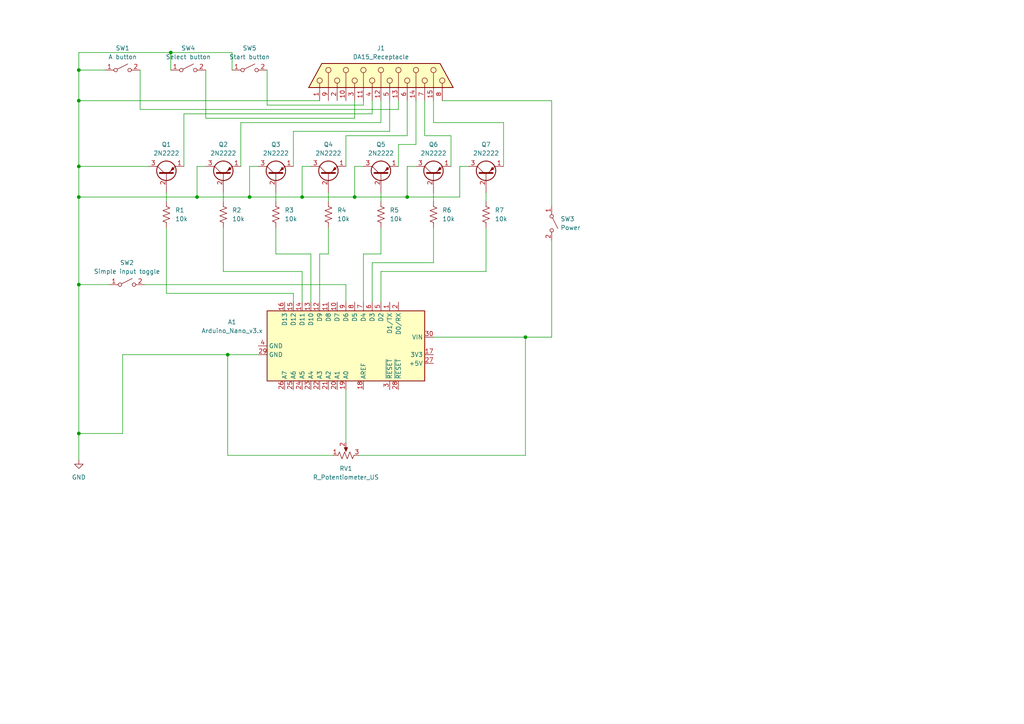
<source format=kicad_sch>
(kicad_sch (version 20230121) (generator eeschema)
  (paper "A4")
  (lib_symbols
    (symbol "Connector:DA15_Receptacle" (pin_names (offset 1.016) hide)
      (property "Reference" "J" (at 0.508 21.59 0))
      (property "Value" "DA15_Receptacle" (at 0 -22.225 0))
      (symbol "DA15_Receptacle_0_1"
        (circle (center -1.778 -17.78) (radius 0.762))
        (circle (center -1.778 -12.7) (radius 0.762))
        (circle (center -1.778 -7.62) (radius 0.762))
        (circle (center -1.778 -2.54) (radius 0.762))
        (circle (center -1.778 2.54) (radius 0.762))
        (circle (center -1.778 7.62) (radius 0.762))
        (circle (center -1.778 12.7) (radius 0.762))
        (circle (center -1.778 17.78) (radius 0.762))
        (polyline (pts (xy -3.81 -17.78) (xy -2.54 -17.78)))
        (polyline (pts (xy -3.81 -15.24) (xy 0.508 -15.24)))
        (polyline (pts (xy -3.81 -12.7) (xy -2.54 -12.7)))
        (polyline (pts (xy -3.81 -10.16) (xy 0.508 -10.16)))
        (polyline (pts (xy -3.81 -7.62) (xy -2.54 -7.62)))
        (polyline (pts (xy -3.81 -5.08) (xy 0.508 -5.08)))
        (polyline (pts (xy -3.81 -2.54) (xy -2.54 -2.54)))
        (polyline (pts (xy -3.81 0) (xy 0.508 0)))
        (polyline (pts (xy -3.81 2.54) (xy -2.54 2.54)))
        (polyline (pts (xy -3.81 5.08) (xy 0.508 5.08)))
        (polyline (pts (xy -3.81 7.62) (xy -2.54 7.62)))
        (polyline (pts (xy -3.81 10.16) (xy 0.508 10.16)))
        (polyline (pts (xy -3.81 12.7) (xy -2.54 12.7)))
        (polyline (pts (xy -3.81 15.24) (xy 0.508 15.24)))
        (polyline (pts (xy -3.81 17.78) (xy -2.54 17.78)))
        (polyline (pts (xy -3.81 20.955) (xy 3.175 17.145) (xy 3.175 -17.145) (xy -3.81 -20.955) (xy -3.81 20.955)) (stroke (width 0.254)) (fill (type background)))
        (circle (center 1.27 -15.24) (radius 0.762))
        (circle (center 1.27 -10.16) (radius 0.762))
        (circle (center 1.27 -5.08) (radius 0.762))
        (circle (center 1.27 0) (radius 0.762))
        (circle (center 1.27 5.08) (radius 0.762))
        (circle (center 1.27 10.16) (radius 0.762))
        (circle (center 1.27 15.24) (radius 0.762))
      )
      (symbol "DA15_Receptacle_1_1"
        (pin passive line (at -7.62 17.78 0) (length 3.81) (name "1") (number "1"))
        (pin passive line (at -7.62 10.16 0) (length 3.81) (name "P10") (number "10"))
        (pin passive line (at -7.62 5.08 0) (length 3.81) (name "P111") (number "11"))
        (pin passive line (at -7.62 0 0) (length 3.81) (name "P12") (number "12"))
        (pin passive line (at -7.62 -5.08 0) (length 3.81) (name "P13") (number "13"))
        (pin passive line (at -7.62 -10.16 0) (length 3.81) (name "P14") (number "14"))
        (pin passive line (at -7.62 -15.24 0) (length 3.81) (name "P15") (number "15"))
        (pin passive line (at -7.62 12.7 0) (length 3.81) (name "2") (number "2"))
        (pin passive line (at -7.62 7.62 0) (length 3.81) (name "3") (number "3"))
        (pin passive line (at -7.62 2.54 0) (length 3.81) (name "4") (number "4"))
        (pin passive line (at -7.62 -2.54 0) (length 3.81) (name "5") (number "5"))
        (pin passive line (at -7.62 -7.62 0) (length 3.81) (name "6") (number "6"))
        (pin passive line (at -7.62 -12.7 0) (length 3.81) (name "7") (number "7"))
        (pin passive line (at -7.62 -17.78 0) (length 3.81) (name "8") (number "8"))
        (pin passive line (at -7.62 15.24 0) (length 3.81) (name "P9") (number "9"))
      )
    )
    (symbol "Device:R_Potentiometer_US" (pin_names (offset 1.016) hide)
      (property "Reference" "RV" (at -4.445 0 90))
      (property "Value" "R_Potentiometer_US" (at -2.54 0 90))
      (symbol "R_Potentiometer_US_0_1"
        (polyline (pts (xy 0 -2.286) (xy 0 -2.54)))
        (polyline (pts (xy 0 2.54) (xy 0 2.286)))
        (polyline (pts (xy 2.54 0) (xy 1.524 0)))
        (polyline (pts (xy 1.143 0) (xy 2.286 0.508) (xy 2.286 -0.508) (xy 1.143 0)) (fill (type outline)))
        (polyline (pts (xy 0 -0.762) (xy 1.016 -1.143) (xy 0 -1.524) (xy -1.016 -1.905) (xy 0 -2.286)))
        (polyline (pts (xy 0 0.762) (xy 1.016 0.381) (xy 0 0) (xy -1.016 -0.381) (xy 0 -0.762)))
        (polyline (pts (xy 0 2.286) (xy 1.016 1.905) (xy 0 1.524) (xy -1.016 1.143) (xy 0 0.762)))
      )
      (symbol "R_Potentiometer_US_1_1"
        (pin passive line (at 0 3.81 270) (length 1.27) (name "1") (number "1"))
        (pin passive line (at 3.81 0 180) (length 1.27) (name "2") (number "2"))
        (pin passive line (at 0 -3.81 90) (length 1.27) (name "3") (number "3"))
      )
    )
    (symbol "Device:R_US" (pin_numbers hide) (pin_names (offset 0))
      (property "Reference" "R" (at 2.54 0 90))
      (property "Value" "R_US" (at -2.54 0 90))
      (symbol "R_US_0_1"
        (polyline (pts (xy 0 -2.286) (xy 0 -2.54)))
        (polyline (pts (xy 0 2.286) (xy 0 2.54)))
        (polyline (pts (xy 0 -0.762) (xy 1.016 -1.143) (xy 0 -1.524) (xy -1.016 -1.905) (xy 0 -2.286)))
        (polyline (pts (xy 0 0.762) (xy 1.016 0.381) (xy 0 0) (xy -1.016 -0.381) (xy 0 -0.762)))
        (polyline (pts (xy 0 2.286) (xy 1.016 1.905) (xy 0 1.524) (xy -1.016 1.143) (xy 0 0.762)))
      )
      (symbol "R_US_1_1"
        (pin passive line (at 0 3.81 270) (length 1.27) (name "~") (number "1"))
        (pin passive line (at 0 -3.81 90) (length 1.27) (name "~") (number "2"))
      )
    )
    (symbol "MCU_Module:Arduino_Nano_v3.x"
      (property "Reference" "A" (at -10.16 23.495 0))
      (property "Value" "Arduino_Nano_v3.x" (at 5.08 -24.13 0))
      (symbol "Arduino_Nano_v3.x_0_1"
        (rectangle (start -10.16 22.86) (end 10.16 -22.86) (stroke (width 0.254)) (fill (type background)))
      )
      (symbol "Arduino_Nano_v3.x_1_1"
        (pin bidirectional line (at -12.7 12.7 0) (length 2.54) (name "D1/TX") (number "1"))
        (pin bidirectional line (at -12.7 -2.54 0) (length 2.54) (name "D7") (number "10"))
        (pin bidirectional line (at -12.7 -5.08 0) (length 2.54) (name "D8") (number "11"))
        (pin bidirectional line (at -12.7 -7.62 0) (length 2.54) (name "D9") (number "12"))
        (pin bidirectional line (at -12.7 -10.16 0) (length 2.54) (name "D10") (number "13"))
        (pin bidirectional line (at -12.7 -12.7 0) (length 2.54) (name "D11") (number "14"))
        (pin bidirectional line (at -12.7 -15.24 0) (length 2.54) (name "D12") (number "15"))
        (pin bidirectional line (at -12.7 -17.78 0) (length 2.54) (name "D13") (number "16"))
        (pin power_out line (at 2.54 25.4 270) (length 2.54) (name "3V3") (number "17"))
        (pin input line (at 12.7 5.08 180) (length 2.54) (name "AREF") (number "18"))
        (pin bidirectional line (at 12.7 0 180) (length 2.54) (name "A0") (number "19"))
        (pin bidirectional line (at -12.7 15.24 0) (length 2.54) (name "D0/RX") (number "2"))
        (pin bidirectional line (at 12.7 -2.54 180) (length 2.54) (name "A1") (number "20"))
        (pin bidirectional line (at 12.7 -5.08 180) (length 2.54) (name "A2") (number "21"))
        (pin bidirectional line (at 12.7 -7.62 180) (length 2.54) (name "A3") (number "22"))
        (pin bidirectional line (at 12.7 -10.16 180) (length 2.54) (name "A4") (number "23"))
        (pin bidirectional line (at 12.7 -12.7 180) (length 2.54) (name "A5") (number "24"))
        (pin bidirectional line (at 12.7 -15.24 180) (length 2.54) (name "A6") (number "25"))
        (pin bidirectional line (at 12.7 -17.78 180) (length 2.54) (name "A7") (number "26"))
        (pin power_out line (at 5.08 25.4 270) (length 2.54) (name "+5V") (number "27"))
        (pin input line (at 12.7 15.24 180) (length 2.54) (name "~{RESET}") (number "28"))
        (pin power_in line (at 2.54 -25.4 90) (length 2.54) (name "GND") (number "29"))
        (pin input line (at 12.7 12.7 180) (length 2.54) (name "~{RESET}") (number "3"))
        (pin power_in line (at -2.54 25.4 270) (length 2.54) (name "VIN") (number "30"))
        (pin power_in line (at 0 -25.4 90) (length 2.54) (name "GND") (number "4"))
        (pin bidirectional line (at -12.7 10.16 0) (length 2.54) (name "D2") (number "5"))
        (pin bidirectional line (at -12.7 7.62 0) (length 2.54) (name "D3") (number "6"))
        (pin bidirectional line (at -12.7 5.08 0) (length 2.54) (name "D4") (number "7"))
        (pin bidirectional line (at -12.7 2.54 0) (length 2.54) (name "D5") (number "8"))
        (pin bidirectional line (at -12.7 0 0) (length 2.54) (name "D6") (number "9"))
      )
    )
    (symbol "Switch:SW_SPST" (pin_names (offset 0) hide)
      (property "Reference" "SW" (at 0 3.175 0))
      (property "Value" "SW_SPST" (at 0 -2.54 0))
      (symbol "SW_SPST_0_0"
        (circle (center -2.032 0) (radius 0.508))
        (polyline (pts (xy -1.524 0.254) (xy 1.524 1.778)))
        (circle (center 2.032 0) (radius 0.508))
      )
      (symbol "SW_SPST_1_1"
        (pin passive line (at -5.08 0 0) (length 2.54) (name "A") (number "1"))
        (pin passive line (at 5.08 0 180) (length 2.54) (name "B") (number "2"))
      )
    )
    (symbol "Transistor_BJT:2N3905" (pin_names (offset 0) hide)
      (property "Reference" "Q" (at 5.08 1.905 0))
      (property "Value" "2N3905" (at 5.08 0 0))
      (symbol "2N3905_0_1"
        (polyline (pts (xy 0.635 0.635) (xy 2.54 2.54)))
        (polyline (pts (xy 0.635 -0.635) (xy 2.54 -2.54) (xy 2.54 -2.54)))
        (polyline (pts (xy 0.635 1.905) (xy 0.635 -1.905) (xy 0.635 -1.905)) (stroke (width 0.508)))
        (polyline (pts (xy 2.286 -1.778) (xy 1.778 -2.286) (xy 1.27 -1.27) (xy 2.286 -1.778) (xy 2.286 -1.778)) (fill (type outline)))
        (circle (center 1.27 0) (radius 2.8194) (stroke (width 0.254)))
      )
      (symbol "2N3905_1_1"
        (pin passive line (at 2.54 -5.08 90) (length 2.54) (name "E") (number "1"))
        (pin input line (at -5.08 0 0) (length 5.715) (name "B") (number "2"))
        (pin passive line (at 2.54 5.08 270) (length 2.54) (name "C") (number "3"))
      )
    )
    (symbol "power:GND" (power) (pin_names (offset 0))
      (property "Value" "GND" (at 0 -3.81 0))
      (symbol "GND_0_1"
        (polyline (pts (xy 0 0) (xy 0 -1.27) (xy 1.27 -1.27) (xy 0 -2.54) (xy -1.27 -1.27) (xy 0 -1.27)))
      )
      (symbol "GND_1_1"
        (pin power_in line (at 0 0 270) (length 0) hide (name "GND") (number "1"))
      )
    )
  )
  (junction (at 102.87 57.15))
  (junction (at 72.39 57.15))
  (junction (at 22.86 57.15))
  (junction (at 22.86 29.21))
  (junction (at 57.15 57.15))
  (junction (at 66.04 102.87))
  (junction (at 152.4 97.79))
  (junction (at 87.63 57.15))
  (junction (at 22.86 20.32))
  (junction (at 49.53 15.24))
  (junction (at 22.86 82.55))
  (junction (at 22.86 48.26))
  (junction (at 118.11 57.15))
  (junction (at 22.86 125.73))
  (wire (pts (xy 80.01 73.66) (xy 90.17 73.66)))
  (wire (pts (xy 74.93 48.26) (xy 72.39 48.26)))
  (wire (pts (xy 35.56 125.73) (xy 22.86 125.73)))
  (wire (pts (xy 64.77 55.88) (xy 64.77 58.42)))
  (wire (pts (xy 107.95 29.21) (xy 107.95 33.02)))
  (wire (pts (xy 130.81 39.37) (xy 130.81 48.26)))
  (wire (pts (xy 77.47 30.48) (xy 77.47 20.32)))
  (wire (pts (xy 64.77 66.04) (xy 64.77 78.74)))
  (wire (pts (xy 110.49 66.04) (xy 110.49 73.66)))
  (wire (pts (xy 110.49 73.66) (xy 105.41 73.66)))
  (wire (pts (xy 102.87 34.29) (xy 59.69 34.29)))
  (wire (pts (xy 133.35 48.26) (xy 133.35 57.15)))
  (wire (pts (xy 22.86 20.32) (xy 22.86 29.21)))
  (wire (pts (xy 125.73 55.88) (xy 125.73 58.42)))
  (wire (pts (xy 72.39 57.15) (xy 57.15 57.15)))
  (wire (pts (xy 66.04 132.08) (xy 66.04 102.87)))
  (wire (pts (xy 80.01 55.88) (xy 80.01 58.42)))
  (wire (pts (xy 152.4 97.79) (xy 160.02 97.79)))
  (wire (pts (xy 22.86 82.55) (xy 22.86 125.73)))
  (wire (pts (xy 69.85 35.56) (xy 69.85 48.26)))
  (wire (pts (xy 22.86 57.15) (xy 22.86 48.26)))
  (wire (pts (xy 96.52 132.08) (xy 66.04 132.08)))
  (wire (pts (xy 85.09 85.09) (xy 85.09 87.63)))
  (wire (pts (xy 48.26 85.09) (xy 85.09 85.09)))
  (wire (pts (xy 140.97 66.04) (xy 140.97 78.74)))
  (wire (pts (xy 110.49 55.88) (xy 110.49 58.42)))
  (wire (pts (xy 67.31 20.32) (xy 67.31 15.24)))
  (wire (pts (xy 107.95 76.2) (xy 107.95 87.63)))
  (wire (pts (xy 120.65 29.21) (xy 120.65 41.91)))
  (wire (pts (xy 22.86 82.55) (xy 31.75 82.55)))
  (wire (pts (xy 110.49 78.74) (xy 110.49 87.63)))
  (wire (pts (xy 35.56 102.87) (xy 66.04 102.87)))
  (wire (pts (xy 64.77 78.74) (xy 87.63 78.74)))
  (wire (pts (xy 105.41 48.26) (xy 102.87 48.26)))
  (wire (pts (xy 125.73 29.21) (xy 125.73 35.56)))
  (wire (pts (xy 105.41 73.66) (xy 105.41 87.63)))
  (wire (pts (xy 59.69 48.26) (xy 57.15 48.26)))
  (wire (pts (xy 22.86 15.24) (xy 49.53 15.24)))
  (wire (pts (xy 120.65 48.26) (xy 118.11 48.26)))
  (wire (pts (xy 100.33 39.37) (xy 100.33 48.26)))
  (wire (pts (xy 85.09 38.1) (xy 85.09 48.26)))
  (wire (pts (xy 118.11 29.21) (xy 118.11 39.37)))
  (wire (pts (xy 100.33 82.55) (xy 41.91 82.55)))
  (wire (pts (xy 120.65 41.91) (xy 115.57 41.91)))
  (wire (pts (xy 105.41 30.48) (xy 77.47 30.48)))
  (wire (pts (xy 113.03 38.1) (xy 85.09 38.1)))
  (wire (pts (xy 66.04 102.87) (xy 74.93 102.87)))
  (wire (pts (xy 100.33 87.63) (xy 100.33 82.55)))
  (wire (pts (xy 87.63 48.26) (xy 87.63 57.15)))
  (wire (pts (xy 49.53 20.32) (xy 49.53 15.24)))
  (wire (pts (xy 160.02 69.85) (xy 160.02 97.79)))
  (wire (pts (xy 22.86 133.35) (xy 22.86 125.73)))
  (wire (pts (xy 48.26 55.88) (xy 48.26 58.42)))
  (wire (pts (xy 69.85 35.56) (xy 110.49 35.56)))
  (wire (pts (xy 146.05 35.56) (xy 146.05 48.26)))
  (wire (pts (xy 152.4 97.79) (xy 152.4 132.08)))
  (wire (pts (xy 118.11 57.15) (xy 133.35 57.15)))
  (wire (pts (xy 49.53 15.24) (xy 67.31 15.24)))
  (wire (pts (xy 115.57 29.21) (xy 115.57 31.75)))
  (wire (pts (xy 123.19 29.21) (xy 123.19 39.37)))
  (wire (pts (xy 125.73 66.04) (xy 125.73 76.2)))
  (wire (pts (xy 102.87 29.21) (xy 102.87 34.29)))
  (wire (pts (xy 22.86 48.26) (xy 43.18 48.26)))
  (wire (pts (xy 92.71 29.21) (xy 22.86 29.21)))
  (wire (pts (xy 152.4 132.08) (xy 104.14 132.08)))
  (wire (pts (xy 59.69 34.29) (xy 59.69 20.32)))
  (wire (pts (xy 72.39 48.26) (xy 72.39 57.15)))
  (wire (pts (xy 90.17 48.26) (xy 87.63 48.26)))
  (wire (pts (xy 80.01 66.04) (xy 80.01 73.66)))
  (wire (pts (xy 135.89 48.26) (xy 133.35 48.26)))
  (wire (pts (xy 22.86 15.24) (xy 22.86 20.32)))
  (wire (pts (xy 140.97 78.74) (xy 110.49 78.74)))
  (wire (pts (xy 95.25 55.88) (xy 95.25 58.42)))
  (wire (pts (xy 118.11 39.37) (xy 100.33 39.37)))
  (wire (pts (xy 125.73 35.56) (xy 146.05 35.56)))
  (wire (pts (xy 92.71 73.66) (xy 92.71 87.63)))
  (wire (pts (xy 105.41 29.21) (xy 105.41 30.48)))
  (wire (pts (xy 40.64 31.75) (xy 40.64 20.32)))
  (wire (pts (xy 22.86 29.21) (xy 22.86 48.26)))
  (wire (pts (xy 87.63 57.15) (xy 102.87 57.15)))
  (wire (pts (xy 160.02 29.21) (xy 160.02 59.69)))
  (wire (pts (xy 128.27 29.21) (xy 160.02 29.21)))
  (wire (pts (xy 72.39 57.15) (xy 87.63 57.15)))
  (wire (pts (xy 35.56 102.87) (xy 35.56 125.73)))
  (wire (pts (xy 48.26 66.04) (xy 48.26 85.09)))
  (wire (pts (xy 95.25 73.66) (xy 92.71 73.66)))
  (wire (pts (xy 107.95 33.02) (xy 53.34 33.02)))
  (wire (pts (xy 22.86 57.15) (xy 22.86 82.55)))
  (wire (pts (xy 30.48 20.32) (xy 22.86 20.32)))
  (wire (pts (xy 110.49 29.21) (xy 110.49 35.56)))
  (wire (pts (xy 53.34 33.02) (xy 53.34 48.26)))
  (wire (pts (xy 123.19 39.37) (xy 130.81 39.37)))
  (wire (pts (xy 125.73 76.2) (xy 107.95 76.2)))
  (wire (pts (xy 125.73 97.79) (xy 152.4 97.79)))
  (wire (pts (xy 115.57 41.91) (xy 115.57 48.26)))
  (wire (pts (xy 57.15 57.15) (xy 22.86 57.15)))
  (wire (pts (xy 90.17 73.66) (xy 90.17 87.63)))
  (wire (pts (xy 118.11 48.26) (xy 118.11 57.15)))
  (wire (pts (xy 140.97 55.88) (xy 140.97 58.42)))
  (wire (pts (xy 102.87 57.15) (xy 118.11 57.15)))
  (wire (pts (xy 102.87 48.26) (xy 102.87 57.15)))
  (wire (pts (xy 113.03 29.21) (xy 113.03 38.1)))
  (wire (pts (xy 115.57 31.75) (xy 40.64 31.75)))
  (wire (pts (xy 87.63 78.74) (xy 87.63 87.63)))
  (wire (pts (xy 100.33 113.03) (xy 100.33 128.27)))
  (wire (pts (xy 95.25 66.04) (xy 95.25 73.66)))
  (wire (pts (xy 57.15 48.26) (xy 57.15 57.15)))
  (symbol (lib_id "Connector:DA15_Receptacle") (at 110.49 21.59 90) (unit 1)
    (property "Reference" "J1" (at 110.49 13.97 90))
    (property "Value" "DA15_Receptacle" (at 110.49 16.51 90))
    (property "Footprint" "Connector_Dsub:DSUB-15_Female_Horizontal_P2.77x2.54mm_EdgePinOffset9.40mm" (effects hide))
    (property "Datasheet" " ~" (effects hide))
  )
  (symbol (lib_id "Device:R_US") (at 48.26 62.23 0) (unit 1)
    (property "Reference" "R1" (at 50.8 60.96 0) (effects (justify left)))
    (property "Value" "10k" (at 50.8 63.5 0) (effects (justify left)))
    (property "Footprint" "Capacitor_THT:C_Disc_D5.0mm_W2.5mm_P5.00mm" (effects hide))
  )
  (symbol (lib_id "Device:R_US") (at 80.01 62.23 0) (unit 1)
    (property "Reference" "R3" (at 82.55 60.96 0) (effects (justify left)))
    (property "Value" "10k" (at 82.55 63.5 0) (effects (justify left)))
    (property "Footprint" "Capacitor_THT:C_Disc_D5.0mm_W2.5mm_P5.00mm" (effects hide))
  )
  (symbol (lib_id "Device:R_US") (at 110.49 62.23 0) (unit 1)
    (property "Reference" "R5" (at 113.03 60.96 0) (effects (justify left)))
    (property "Value" "10k" (at 113.03 63.5 0) (effects (justify left)))
    (property "Footprint" "Capacitor_THT:C_Disc_D5.0mm_W2.5mm_P5.00mm" (effects hide))
  )
  (symbol (lib_id "Switch:SW_SPST") (at 54.61 20.32 0) (unit 1)
    (property "Reference" "SW4" (at 54.61 13.97 0))
    (property "Value" "Select button" (at 54.61 16.51 0))
    (property "Footprint" "Capacitor_THT:C_Disc_D5.0mm_W2.5mm_P5.00mm" (effects hide))
  )
  (symbol (lib_id "Switch:SW_SPST") (at 35.56 20.32 0) (unit 1)
    (property "Reference" "SW1" (at 35.56 13.97 0))
    (property "Value" "A button" (at 35.56 16.51 0))
    (property "Footprint" "Capacitor_THT:C_Disc_D5.0mm_W2.5mm_P5.00mm" (effects hide))
  )
  (symbol (lib_id "Transistor_BJT:2N3905") (at 95.25 50.8 90) (unit 1)
    (property "Reference" "Q4" (at 95.25 41.91 90))
    (property "Value" "2N2222" (at 95.25 44.45 90))
    (property "Footprint" "Package_TO_SOT_THT:TO-92_HandSolder" (effects hide))
    (property "Datasheet" "https://www.nteinc.com/specs/original/2N3905_06.pdf" (effects hide))
  )
  (symbol (lib_id "Transistor_BJT:2N3905") (at 110.49 50.8 90) (unit 1)
    (property "Reference" "Q5" (at 110.49 41.91 90))
    (property "Value" "2N2222" (at 110.49 44.45 90))
    (property "Footprint" "Package_TO_SOT_THT:TO-92_HandSolder" (effects hide))
    (property "Datasheet" "https://www.nteinc.com/specs/original/2N3905_06.pdf" (effects hide))
  )
  (symbol (lib_id "Transistor_BJT:2N3905") (at 80.01 50.8 90) (unit 1)
    (property "Reference" "Q3" (at 80.01 41.91 90))
    (property "Value" "2N2222" (at 80.01 44.45 90))
    (property "Footprint" "Package_TO_SOT_THT:TO-92_HandSolder" (effects hide))
    (property "Datasheet" "https://www.nteinc.com/specs/original/2N3905_06.pdf" (effects hide))
  )
  (symbol (lib_id "power:GND") (at 22.86 133.35 0) (unit 1)
    (property "Reference" "#PWR01" (effects hide))
    (property "Value" "GND" (at 22.86 138.43 0))
  )
  (symbol (lib_id "MCU_Module:Arduino_Nano_v3.x") (at 100.33 100.33 270) (unit 1)
    (property "Reference" "A1" (at 67.31 93.4019 90))
    (property "Value" "Arduino_Nano_v3.x" (at 67.31 95.9419 90))
    (property "Footprint" "Module:Arduino_Nano" (effects hide))
    (property "Datasheet" "http://www.mouser.com/pdfdocs/Gravitech_Arduino_Nano3_0.pdf" (effects hide))
  )
  (symbol (lib_id "Transistor_BJT:2N3905") (at 64.77 50.8 90) (unit 1)
    (property "Reference" "Q2" (at 64.77 41.91 90))
    (property "Value" "2N2222" (at 64.77 44.45 90))
    (property "Footprint" "Package_TO_SOT_THT:TO-92_HandSolder" (effects hide))
    (property "Datasheet" "https://www.nteinc.com/specs/original/2N3905_06.pdf" (effects hide))
  )
  (symbol (lib_id "Device:R_US") (at 125.73 62.23 0) (unit 1)
    (property "Reference" "R6" (at 128.27 60.96 0) (effects (justify left)))
    (property "Value" "10k" (at 128.27 63.5 0) (effects (justify left)))
    (property "Footprint" "Capacitor_THT:C_Disc_D5.0mm_W2.5mm_P5.00mm" (effects hide))
  )
  (symbol (lib_id "Switch:SW_SPST") (at 160.02 64.77 270) (unit 1)
    (property "Reference" "SW3" (at 162.56 63.5 90) (effects (justify left)))
    (property "Value" "Power" (at 162.56 66.04 90) (effects (justify left)))
    (property "Footprint" "Capacitor_THT:C_Disc_D5.0mm_W2.5mm_P5.00mm" (effects hide))
  )
  (symbol (lib_id "Device:R_Potentiometer_US") (at 100.33 132.08 90) (unit 1)
    (property "Reference" "RV1" (at 100.33 135.89 90))
    (property "Value" "R_Potentiometer_US" (at 100.33 138.43 90))
    (property "Footprint" "Potentiometer_THT:Potentiometer_Bourns_3296W_Vertical" (effects hide))
  )
  (symbol (lib_id "Transistor_BJT:2N3905") (at 48.26 50.8 90) (unit 1)
    (property "Reference" "Q1" (at 48.26 41.91 90))
    (property "Value" "2N2222" (at 48.26 44.45 90))
    (property "Footprint" "Package_TO_SOT_THT:TO-92_HandSolder" (effects hide))
    (property "Datasheet" "https://www.nteinc.com/specs/original/2N3905_06.pdf" (effects hide))
  )
  (symbol (lib_id "Device:R_US") (at 95.25 62.23 0) (unit 1)
    (property "Reference" "R4" (at 97.79 60.96 0) (effects (justify left)))
    (property "Value" "10k" (at 97.79 63.5 0) (effects (justify left)))
    (property "Footprint" "Capacitor_THT:C_Disc_D5.0mm_W2.5mm_P5.00mm" (effects hide))
  )
  (symbol (lib_id "Device:R_US") (at 140.97 62.23 0) (unit 1)
    (property "Reference" "R7" (at 143.51 60.96 0) (effects (justify left)))
    (property "Value" "10k" (at 143.51 63.5 0) (effects (justify left)))
    (property "Footprint" "Capacitor_THT:C_Disc_D5.0mm_W2.5mm_P5.00mm" (effects hide))
  )
  (symbol (lib_id "Switch:SW_SPST") (at 36.83 82.55 0) (unit 1)
    (property "Reference" "SW2" (at 36.83 76.2 0))
    (property "Value" "Simple input toggle" (at 36.83 78.74 0))
    (property "Footprint" "Capacitor_THT:C_Disc_D5.0mm_W2.5mm_P5.00mm" (effects hide))
  )
  (symbol (lib_id "Switch:SW_SPST") (at 72.39 20.32 0) (unit 1)
    (property "Reference" "SW5" (at 72.39 13.97 0))
    (property "Value" "Start button" (at 72.39 16.51 0))
    (property "Footprint" "Capacitor_THT:C_Disc_D5.0mm_W2.5mm_P5.00mm" (effects hide))
  )
  (symbol (lib_id "Transistor_BJT:2N3905") (at 125.73 50.8 90) (unit 1)
    (property "Reference" "Q6" (at 125.73 41.91 90))
    (property "Value" "2N2222" (at 125.73 44.45 90))
    (property "Footprint" "Package_TO_SOT_THT:TO-92_HandSolder" (effects hide))
    (property "Datasheet" "https://www.nteinc.com/specs/original/2N3905_06.pdf" (effects hide))
  )
  (symbol (lib_id "Transistor_BJT:2N3905") (at 140.97 50.8 90) (unit 1)
    (property "Reference" "Q7" (at 140.97 41.91 90))
    (property "Value" "2N2222" (at 140.97 44.45 90))
    (property "Footprint" "Package_TO_SOT_THT:TO-92_HandSolder" (effects hide))
    (property "Datasheet" "https://www.nteinc.com/specs/original/2N3905_06.pdf" (effects hide))
  )
  (symbol (lib_id "Device:R_US") (at 64.77 62.23 0) (unit 1)
    (property "Reference" "R2" (at 67.31 60.96 0) (effects (justify left)))
    (property "Value" "10k" (at 67.31 63.5 0) (effects (justify left)))
    (property "Footprint" "Capacitor_THT:C_Disc_D5.0mm_W2.5mm_P5.00mm" (effects hide))
  )
)
</source>
